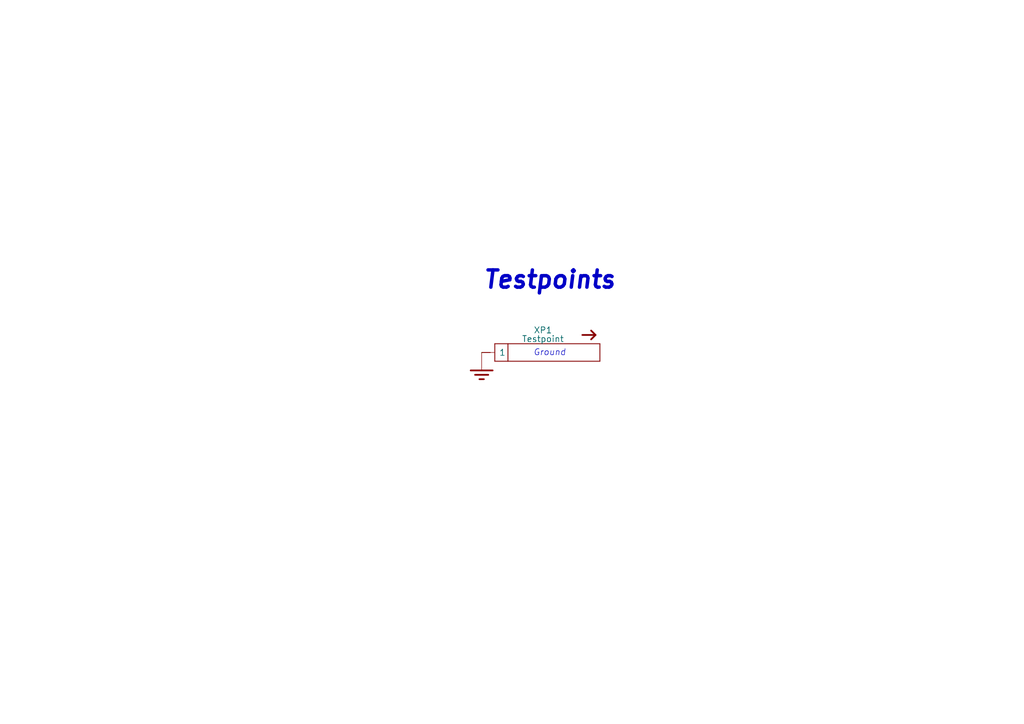
<source format=kicad_sch>
(kicad_sch (version 20211123) (generator eeschema)
  (paper "A4")
  (lib_symbols
    (symbol "Connectors:XP_PIN_ARR1" (pin_numbers hide) (pin_names (offset 2.54))
      (property "Reference" "XP" (at -2.794 10.414 0))
      (property "Value" "XP_PIN_ARR1" (at -9.906 7.62 0))
      (symbol "XP_PIN_ARR1_0_0"
        (polyline (pts (xy 13.97 8.89) (xy 15.24 7.62) (xy 13.97 6.35)) (stroke (width 0.508)))
      )
      (symbol "XP_PIN_ARR1_0_1"
        (polyline (pts (xy -17.78 2.54) (xy -13.97 2.54)))
        (polyline (pts (xy -13.97 0) (xy -13.97 5.08)) (stroke (width 0.254)))
        (polyline (pts (xy -13.97 0) (xy 16.51 0)) (stroke (width 0.254)))
        (polyline (pts (xy -13.97 5.08) (xy 16.51 5.08)) (stroke (width 0.254)))
        (polyline (pts (xy -10.16 0) (xy -10.16 0)) (stroke (width 0.254)))
        (polyline (pts (xy -10.16 5.08) (xy -10.16 0)) (stroke (width 0.254)))
        (polyline (pts (xy 15.24 7.62) (xy 11.43 7.62)) (stroke (width 0.508)))
        (polyline (pts (xy 16.51 5.08) (xy 16.51 0)) (stroke (width 0.254)))
      )
      (symbol "XP_PIN_ARR1_1_1"
        (pin passive line (at -17.78 2.54 0) (length 2.54) (name "1") (number "1"))
      )
    )
    (symbol "Power:GROUND" (power) (pin_numbers hide) (pin_names (offset 0))
      (symbol "GROUND_0_1"
        (polyline (pts (xy -3.175 0) (xy 3.175 0)) (stroke (width 0.508)))
        (polyline (pts (xy -1.905 -1.27) (xy 1.905 -1.27)) (stroke (width 0.508)))
        (polyline (pts (xy -0.635 -2.54) (xy 0.635 -2.54)) (stroke (width 0.508)))
        (polyline (pts (xy 0 5.08) (xy 0 0)))
      )
      (symbol "GROUND_1_1"
        (pin power_in line (at 0 5.08 270) (length 5.08) hide (name "GND") (number "1"))
      )
    )
  )
  (wire (pts (xy 139.7 102.362) (xy 139.7 102.235)))
  (text "Testpoints" (at 139.827 84.201 0) (effects (font (size 5 5) (thickness 1.0008) bold italic) (justify left bottom)))
  (text "Ground" (at 154.686 103.378 0) (effects (font (size 1.778 1.778) italic) (justify left bottom)))
  (symbol (lib_id "Connectors:XP_PIN_ARR1") (at 157.48 104.775 0) (unit 1)
    (property "Reference" "XP1" (at 157.48 95.758 0) (effects (font (size 1.778 1.778))))
    (property "Value" "Testpoint" (at 157.48 98.298 0) (effects (font (size 1.778 1.778))))
    (property "Footprint" "TestPoint:TestPoint_Loop_D2.50mm_Drill1.0mm_LowProfile" (effects hide))
  )
  (symbol (lib_id "Power:GROUND") (at 139.7 107.442 0) (unit 1)
    (property "Reference" "#PWR042" (effects hide))
    (property "Value" "GROUND" (effects hide))
  )
)
</source>
